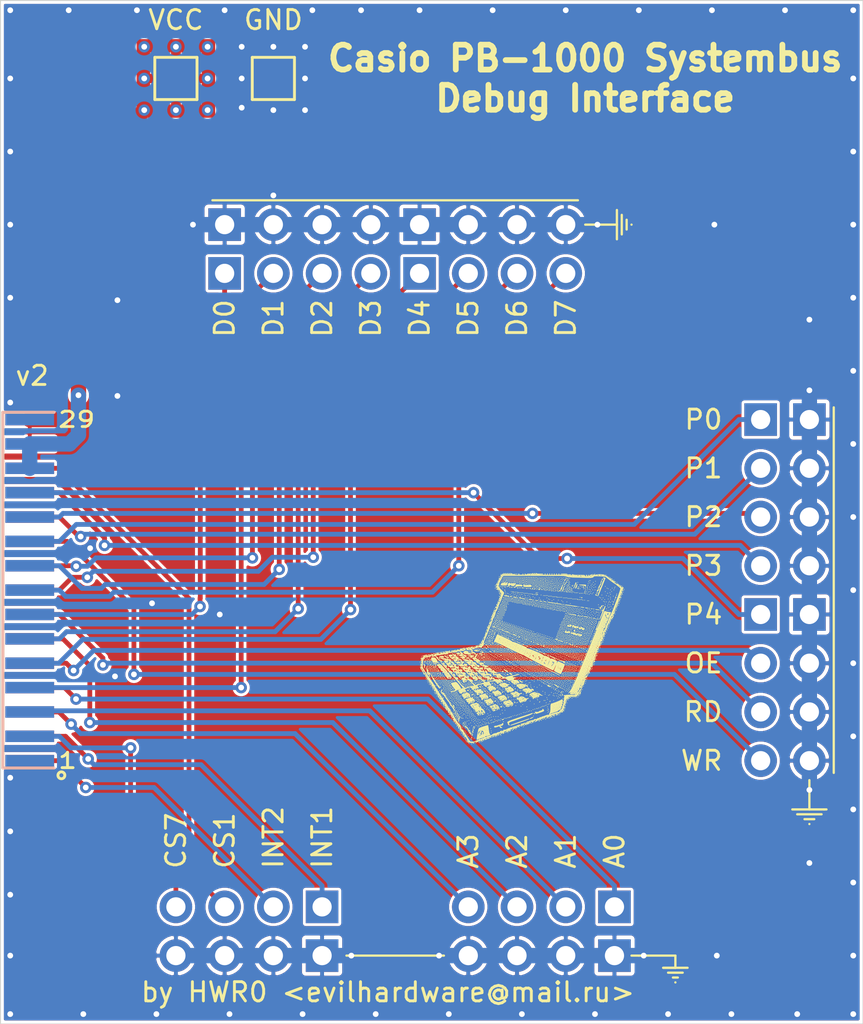
<source format=kicad_pcb>
(kicad_pcb (version 20171130) (host pcbnew "(5.1.5)-3")
  (layers (0 F.Cu signal hide) (31 B.Cu signal) (34 B.Paste user) (35 F.Paste user) (36 B.SilkS user) (37 F.SilkS user) (38 B.Mask user) (39 F.Mask user) (44 Edge.Cuts user))
  (net 0 "")
  (net 1 D3)
  (net 2 D2)
  (net 3 D1)
  (net 4 D0)
  (net 5 D7)
  (net 6 D6)
  (net 7 D5)
  (net 8 D4)
  (net 9 GND)
  (net 10 A3)
  (net 11 A2)
  (net 12 A1)
  (net 13 A0)
  (net 14 CS7)
  (net 15 CS1)
  (net 16 INT2)
  (net 17 INT1)
  (net 18 P4)
  (net 19 P2)
  (net 20 P0)
  (net 21 P3)
  (net 22 P1)
  (net 23 WR)
  (net 24 RD)
  (net 25 OE)
  (net 26 BAT)
  (module Alexx:PB_1000_screen_soldermask (layer F.Cu) (at 155.702 124.206)
    (fp_text reference G*** hide)
    (fp_text value LOGO hide)
  )
  (module Alexx:PB_1000_cutout_silk (layer F.Cu) (at 155.702 124.206)
    (fp_text reference G*** hide)
    (fp_text value LOGO hide)
  )
  (module hwreverse:PinHeader_1x04_P2.54mm_Vertical_nosilk (layer F.Cu) (at 167.64 121.92)
    (fp_text reference J14)
    (fp_text value Conn_01x04_Male)
    (pad 4 thru_hole oval (at 0 7.62) (size 1.7 1.7) (drill 1) (layers *.Cu *.Mask) (net 23 WR))
    (pad 3 thru_hole oval (at 0 5.08) (size 1.7 1.7) (drill 1) (layers *.Cu *.Mask) (net 24 RD))
    (pad 2 thru_hole oval (at 0 2.54) (size 1.7 1.7) (drill 1) (layers *.Cu *.Mask) (net 25 OE))
    (pad 1 thru_hole rect (at 0 0) (size 1.7 1.7) (drill 1) (layers *.Cu *.Mask) (net 18 P4))
  )
  (module hwreverse:PinHeader_1x04_P2.54mm_Vertical_nosilk (layer F.Cu) (at 167.64 111.76)
    (fp_text reference J13)
    (fp_text value Conn_01x04_Male)
    (pad 4 thru_hole oval (at 0 7.62) (size 1.7 1.7) (drill 1) (layers *.Cu *.Mask) (net 21 P3))
    (pad 3 thru_hole oval (at 0 5.08) (size 1.7 1.7) (drill 1) (layers *.Cu *.Mask) (net 19 P2))
    (pad 2 thru_hole oval (at 0 2.54) (size 1.7 1.7) (drill 1) (layers *.Cu *.Mask) (net 22 P1))
    (pad 1 thru_hole rect (at 0 0) (size 1.7 1.7) (drill 1) (layers *.Cu *.Mask) (net 20 P0))
  )
  (module hwreverse:PinHeader_1x04_P2.54mm_Vertical_nosilk (layer F.Cu) (at 170.18 111.76)
    (fp_text reference J12)
    (fp_text value Conn_01x04_Male)
    (pad 4 thru_hole oval (at 0 7.62) (size 1.7 1.7) (drill 1) (layers *.Cu *.Mask) (net 9 GND))
    (pad 3 thru_hole oval (at 0 5.08) (size 1.7 1.7) (drill 1) (layers *.Cu *.Mask) (net 9 GND))
    (pad 2 thru_hole oval (at 0 2.54) (size 1.7 1.7) (drill 1) (layers *.Cu *.Mask) (net 9 GND))
    (pad 1 thru_hole rect (at 0 0) (size 1.7 1.7) (drill 1) (layers *.Cu *.Mask) (net 9 GND))
  )
  (module hwreverse:PinHeader_1x04_P2.54mm_Vertical_nosilk (layer F.Cu) (at 160.02 139.7 270)
    (fp_text reference J11)
    (fp_text value Conn_01x04_Male)
    (pad 4 thru_hole oval (at 0 7.62 270) (size 1.7 1.7) (drill 1) (layers *.Cu *.Mask) (net 9 GND))
    (pad 3 thru_hole oval (at 0 5.08 270) (size 1.7 1.7) (drill 1) (layers *.Cu *.Mask) (net 9 GND))
    (pad 2 thru_hole oval (at 0 2.54 270) (size 1.7 1.7) (drill 1) (layers *.Cu *.Mask) (net 9 GND))
    (pad 1 thru_hole rect (at 0 0 270) (size 1.7 1.7) (drill 1) (layers *.Cu *.Mask) (net 9 GND))
  )
  (module hwreverse:PinHeader_1x04_P2.54mm_Vertical_nosilk (layer F.Cu) (at 170.18 121.92)
    (fp_text reference J9)
    (fp_text value Conn_01x04_Male)
    (pad 4 thru_hole oval (at 0 7.62) (size 1.7 1.7) (drill 1) (layers *.Cu *.Mask) (net 9 GND))
    (pad 3 thru_hole oval (at 0 5.08) (size 1.7 1.7) (drill 1) (layers *.Cu *.Mask) (net 9 GND))
    (pad 2 thru_hole oval (at 0 2.54) (size 1.7 1.7) (drill 1) (layers *.Cu *.Mask) (net 9 GND))
    (pad 1 thru_hole rect (at 0 0) (size 1.7 1.7) (drill 1) (layers *.Cu *.Mask) (net 9 GND))
  )
  (module hwreverse:PinHeader_1x04_P2.54mm_Vertical_nosilk (layer F.Cu) (at 144.78 139.7 270)
    (fp_text reference J8)
    (fp_text value Conn_01x04_Male)
    (pad 4 thru_hole oval (at 0 7.62 270) (size 1.7 1.7) (drill 1) (layers *.Cu *.Mask) (net 9 GND))
    (pad 3 thru_hole oval (at 0 5.08 270) (size 1.7 1.7) (drill 1) (layers *.Cu *.Mask) (net 9 GND))
    (pad 2 thru_hole oval (at 0 2.54 270) (size 1.7 1.7) (drill 1) (layers *.Cu *.Mask) (net 9 GND))
    (pad 1 thru_hole rect (at 0 0 270) (size 1.7 1.7) (drill 1) (layers *.Cu *.Mask) (net 9 GND))
  )
  (module hwreverse:PinHeader_1x04_P2.54mm_Vertical_nosilk (layer F.Cu) (at 149.86 101.6 90)
    (fp_text reference J7)
    (fp_text value Conn_01x04_Male)
    (pad 4 thru_hole oval (at 0 7.62 90) (size 1.7 1.7) (drill 1) (layers *.Cu *.Mask) (net 9 GND))
    (pad 3 thru_hole oval (at 0 5.08 90) (size 1.7 1.7) (drill 1) (layers *.Cu *.Mask) (net 9 GND))
    (pad 2 thru_hole oval (at 0 2.54 90) (size 1.7 1.7) (drill 1) (layers *.Cu *.Mask) (net 9 GND))
    (pad 1 thru_hole rect (at 0 0 90) (size 1.7 1.7) (drill 1) (layers *.Cu *.Mask) (net 9 GND))
  )
  (module hwreverse:PinHeader_1x04_P2.54mm_Vertical_nosilk (layer F.Cu) (at 144.78 137.16 270)
    (fp_text reference J6)
    (fp_text value Conn_01x04_Male)
    (pad 4 thru_hole oval (at 0 7.62 270) (size 1.7 1.7) (drill 1) (layers *.Cu *.Mask) (net 14 CS7))
    (pad 3 thru_hole oval (at 0 5.08 270) (size 1.7 1.7) (drill 1) (layers *.Cu *.Mask) (net 15 CS1))
    (pad 2 thru_hole oval (at 0 2.54 270) (size 1.7 1.7) (drill 1) (layers *.Cu *.Mask) (net 16 INT2))
    (pad 1 thru_hole rect (at 0 0 270) (size 1.7 1.7) (drill 1) (layers *.Cu *.Mask) (net 17 INT1))
  )
  (module hwreverse:PinHeader_1x04_P2.54mm_Vertical_nosilk (layer F.Cu) (at 160.02 137.16 270)
    (fp_text reference J5)
    (fp_text value Conn_01x04_Male)
    (pad 4 thru_hole oval (at 0 7.62 270) (size 1.7 1.7) (drill 1) (layers *.Cu *.Mask) (net 10 A3))
    (pad 3 thru_hole oval (at 0 5.08 270) (size 1.7 1.7) (drill 1) (layers *.Cu *.Mask) (net 11 A2))
    (pad 2 thru_hole oval (at 0 2.54 270) (size 1.7 1.7) (drill 1) (layers *.Cu *.Mask) (net 12 A1))
    (pad 1 thru_hole rect (at 0 0 270) (size 1.7 1.7) (drill 1) (layers *.Cu *.Mask) (net 13 A0))
  )
  (module hwreverse:PinHeader_1x04_P2.54mm_Vertical_nosilk (layer F.Cu) (at 139.7 101.6 90)
    (fp_text reference J3)
    (fp_text value Conn_01x04_Male)
    (pad 4 thru_hole oval (at 0 7.62 90) (size 1.7 1.7) (drill 1) (layers *.Cu *.Mask) (net 9 GND))
    (pad 3 thru_hole oval (at 0 5.08 90) (size 1.7 1.7) (drill 1) (layers *.Cu *.Mask) (net 9 GND))
    (pad 2 thru_hole oval (at 0 2.54 90) (size 1.7 1.7) (drill 1) (layers *.Cu *.Mask) (net 9 GND))
    (pad 1 thru_hole rect (at 0 0 90) (size 1.7 1.7) (drill 1) (layers *.Cu *.Mask) (net 9 GND))
  )
  (module hwreverse:PinHeader_1x04_P2.54mm_Vertical_nosilk (layer F.Cu) (at 149.86 104.14 90)
    (fp_text reference J2)
    (fp_text value Conn_01x04_Male)
    (pad 4 thru_hole oval (at 0 7.62 90) (size 1.7 1.7) (drill 1) (layers *.Cu *.Mask) (net 5 D7))
    (pad 3 thru_hole oval (at 0 5.08 90) (size 1.7 1.7) (drill 1) (layers *.Cu *.Mask) (net 6 D6))
    (pad 2 thru_hole oval (at 0 2.54 90) (size 1.7 1.7) (drill 1) (layers *.Cu *.Mask) (net 7 D5))
    (pad 1 thru_hole rect (at 0 0 90) (size 1.7 1.7) (drill 1) (layers *.Cu *.Mask) (net 8 D4))
  )
  (module hwreverse:PinHeader_1x04_P2.54mm_Vertical_nosilk (layer F.Cu) (at 139.7 104.14 90)
    (fp_text reference J1)
    (fp_text value Conn_01x04_Male)
    (pad 4 thru_hole oval (at 0 7.62 90) (size 1.7 1.7) (drill 1) (layers *.Cu *.Mask) (net 1 D3))
    (pad 3 thru_hole oval (at 0 5.08 90) (size 1.7 1.7) (drill 1) (layers *.Cu *.Mask) (net 2 D2))
    (pad 2 thru_hole oval (at 0 2.54 90) (size 1.7 1.7) (drill 1) (layers *.Cu *.Mask) (net 3 D1))
    (pad 1 thru_hole rect (at 0 0 90) (size 1.7 1.7) (drill 1) (layers *.Cu *.Mask) (net 4 D0))
  )
  (module Connector:SolidPad_4x4mm_2x2mmCore (layer F.Cu) (at 142.24 93.98)
    (fp_text reference J16 hide)
    (fp_text value SolidPad-Connector)
    (pad ~ smd custom (at 0 0) (size 2 2) (layers F.Cu) (net 9 GND) (options (clearance outline) (anchor rect)) (primitives (gr_poly (pts (xy -2 0.2) (xy -2 -0.2) (xy 0 -0.2) (xy 0 0.2)) (width 0.1)) (gr_poly (pts (xy -2 2) (xy -2 1.4) (xy 2 1.4) (xy 2 2)) (width 0.1)) (gr_poly (pts (xy -0.2 0) (xy -0.2 -2) (xy 0.2 -2) (xy 0.2 0)) (width 0.1)) (gr_poly (pts (xy 0 0.2) (xy 0 -0.2) (xy 2 -0.2) (xy 2 0.2)) (width 0.1)) (gr_poly (pts (xy -2 -2) (xy -2 -1.4) (xy 2 -1.4) (xy 2 -2)) (width 0.1)) (gr_poly (pts (xy -2 -2) (xy -1.4 -2) (xy -1.4 2) (xy -2 2)) (width 0.1)) (gr_poly (pts (xy 2 -2) (xy 1.4 -2) (xy 1.4 2) (xy 2 2)) (width 0.1)) (gr_poly (pts (xy -0.2 2) (xy -0.2 0) (xy 0.2 0) (xy 0.2 2)) (width 0.1))))
  )
  (module Connector:SolidPad_4x4mm_2x2mmCore (layer F.Cu) (at 137.16 93.98)
    (fp_text reference J15 hide)
    (fp_text value SolidPad-Connector)
    (pad ~ smd custom (at 0 0) (size 2 2) (layers F.Cu) (net 26 BAT) (options (clearance outline) (anchor rect)) (primitives (gr_poly (pts (xy -2 0.2) (xy -2 -0.2) (xy 0 -0.2) (xy 0 0.2)) (width 0.1)) (gr_poly (pts (xy -2 2) (xy -2 1.4) (xy 2 1.4) (xy 2 2)) (width 0.1)) (gr_poly (pts (xy -0.2 0) (xy -0.2 -2) (xy 0.2 -2) (xy 0.2 0)) (width 0.1)) (gr_poly (pts (xy 0 0.2) (xy 0 -0.2) (xy 2 -0.2) (xy 2 0.2)) (width 0.1)) (gr_poly (pts (xy -2 -2) (xy -2 -1.4) (xy 2 -1.4) (xy 2 -2)) (width 0.1)) (gr_poly (pts (xy -2 -2) (xy -1.4 -2) (xy -1.4 2) (xy -2 2)) (width 0.1)) (gr_poly (pts (xy 2 -2) (xy 1.4 -2) (xy 1.4 2) (xy 2 2)) (width 0.1)) (gr_poly (pts (xy -0.2 2) (xy -0.2 0) (xy 0.2 0) (xy 0.2 2)) (width 0.1))))
  )
  (module hwreverse:Connector_Casio_2x15_1.27_SYSBUS (layer F.Cu) (at 129.54 129.54 180)
    (fp_text reference J10 hide)
    (fp_text value CASIO_PB1000_2x15_1.27_Interface)
    (pad 30 smd rect (at 0 17.78 180) (size 2.54 0.6) (layers B.Cu B.Paste B.Mask))
    (pad 28 smd rect (at 0 16.51 180) (size 2.54 0.6) (layers B.Cu B.Paste B.Mask) (net 26 BAT))
    (pad 26 smd rect (at 0 15.24 180) (size 2.54 0.6) (layers B.Cu B.Paste B.Mask) (net 26 BAT))
    (pad 24 smd rect (at 0 13.97 180) (size 2.54 0.6) (layers B.Cu B.Paste B.Mask) (net 18 P4))
    (pad 22 smd rect (at 0 12.7 180) (size 2.54 0.6) (layers B.Cu B.Paste B.Mask) (net 19 P2))
    (pad 20 smd rect (at 0 11.43 180) (size 2.54 0.6) (layers B.Cu B.Paste B.Mask) (net 20 P0))
    (pad 18 smd rect (at 0 10.16 180) (size 2.54 0.6) (layers B.Cu B.Paste B.Mask) (net 1 D3))
    (pad 16 smd rect (at 0 8.89 180) (size 2.54 0.6) (layers B.Cu B.Paste B.Mask) (net 5 D7))
    (pad 14 smd rect (at 0 7.62 180) (size 2.54 0.6) (layers B.Cu B.Paste B.Mask) (net 4 D0))
    (pad 12 smd rect (at 0 6.35 180) (size 2.54 0.6) (layers B.Cu B.Paste B.Mask) (net 8 D4))
    (pad 10 smd rect (at 0 5.08 180) (size 2.54 0.6) (layers B.Cu B.Paste B.Mask) (net 6 D6))
    (pad 8 smd rect (at 0 3.81 180) (size 2.54 0.6) (layers B.Cu B.Paste B.Mask) (net 3 D1))
    (pad 6 smd rect (at 0 2.54 180) (size 2.54 0.6) (layers B.Cu B.Paste B.Mask) (net 12 A1))
    (pad 4 smd rect (at 0 1.27 180) (size 2.54 0.6) (layers B.Cu B.Paste B.Mask) (net 14 CS7))
    (pad 2 smd rect (at 0 0 180) (size 2.54 0.6) (layers B.Cu B.Paste B.Mask))
    (pad 29 smd rect (at 0 17.78 180) (size 2.54 0.6) (layers F.Cu F.Paste F.Mask) (net 9 GND))
    (pad 27 smd rect (at 0 16.51 180) (size 2.54 0.6) (layers F.Cu F.Paste F.Mask) (net 9 GND))
    (pad 25 smd rect (at 0 15.24 180) (size 2.54 0.6) (layers F.Cu F.Paste F.Mask) (net 15 CS1))
    (pad 23 smd rect (at 0 13.97 180) (size 2.54 0.6) (layers F.Cu F.Paste F.Mask) (net 21 P3))
    (pad 21 smd rect (at 0 12.7 180) (size 2.54 0.6) (layers F.Cu F.Paste F.Mask) (net 22 P1))
    (pad 19 smd rect (at 0 11.43 180) (size 2.54 0.6) (layers F.Cu F.Paste F.Mask) (net 23 WR))
    (pad 17 smd rect (at 0 10.16 180) (size 2.54 0.6) (layers F.Cu F.Paste F.Mask) (net 2 D2))
    (pad 15 smd rect (at 0 8.89 180) (size 2.54 0.6) (layers F.Cu F.Paste F.Mask) (net 7 D5))
    (pad 13 smd rect (at 0 7.62 180) (size 2.54 0.6) (layers F.Cu F.Paste F.Mask) (net 24 RD))
    (pad 11 smd rect (at 0 6.35 180) (size 2.54 0.6) (layers F.Cu F.Paste F.Mask) (net 11 A2))
    (pad 9 smd rect (at 0 5.08 180) (size 2.54 0.6) (layers F.Cu F.Paste F.Mask) (net 25 OE))
    (pad 7 smd rect (at 0 3.81 180) (size 2.54 0.6) (layers F.Cu F.Paste F.Mask) (net 13 A0))
    (pad 5 smd rect (at 0 2.54 180) (size 2.54 0.6) (layers F.Cu F.Paste F.Mask) (net 10 A3))
    (pad 3 smd rect (at 0 1.27 180) (size 2.54 0.6) (layers F.Cu F.Paste F.Mask) (net 17 INT1))
    (pad 1 smd rect (at 0 0 180) (size 2.54 0.6) (layers F.Cu F.Paste F.Mask) (net 16 INT2))
  )
  (gr_text v2 (at 129.667 109.474) (layer F.SilkS) (effects (font (size 1 1))))
  (gr_text 1 (at 130.937 129.54) (layer F.SilkS) (effects (font (size 0.8 1)) (justify left)))
  (gr_text 29 (at 130.937 111.76) (layer F.SilkS) (effects (font (size 0.8 1)) (justify left)))
  (gr_line (start 170.18 132.842) (end 170.18 132.842) (layer F.SilkS) (width 0.12))
  (gr_line (start 169.926 132.588) (end 170.434 132.588) (layer F.SilkS) (width 0.12))
  (gr_line (start 169.545 132.334) (end 170.815 132.334) (layer F.SilkS) (width 0.12))
  (gr_line (start 170.942 132.08) (end 171.069 132.08) (layer F.SilkS) (width 0.12))
  (gr_line (start 169.291 132.08) (end 170.942 132.08) (layer F.SilkS) (width 0.12))
  (gr_line (start 170.18 130.556) (end 170.18 132.08) (layer F.SilkS) (width 0.12))
  (gr_line (start 160.909 101.6) (end 160.909 101.6) (layer F.SilkS) (width 0.12))
  (gr_line (start 160.655 101.346) (end 160.655 101.854) (layer F.SilkS) (width 0.12))
  (gr_line (start 160.401 101.092) (end 160.401 102.108) (layer F.SilkS) (width 0.12))
  (gr_line (start 160.147 100.838) (end 160.147 102.362) (layer F.SilkS) (width 0.12))
  (gr_line (start 158.496 101.6) (end 160.147 101.6) (layer F.SilkS) (width 0.12))
  (gr_line (start 163.195 141.097) (end 163.195 141.097) (layer F.SilkS) (width 0.12))
  (gr_line (start 163.068 140.843) (end 163.322 140.843) (layer F.SilkS) (width 0.12))
  (gr_line (start 162.814 140.589) (end 163.576 140.589) (layer F.SilkS) (width 0.12))
  (gr_line (start 163.195 140.335) (end 163.83 140.335) (layer F.SilkS) (width 0.12))
  (gr_line (start 162.56 140.335) (end 163.195 140.335) (layer F.SilkS) (width 0.12))
  (gr_line (start 163.195 140.335) (end 162.56 140.335) (layer F.SilkS) (width 0.12))
  (gr_line (start 160.909 139.7) (end 161.29 139.7) (layer F.SilkS) (width 0.12))
  (gr_line (start 163.195 139.7) (end 163.195 140.335) (layer F.SilkS) (width 0.12))
  (gr_line (start 161.29 139.7) (end 163.195 139.7) (layer F.SilkS) (width 0.12))
  (gr_line (start 146.05 139.7) (end 151.13 139.7) (layer F.SilkS) (width 0.12))
  (gr_line (start 171.45 111.125) (end 171.45 130.175) (layer F.SilkS) (width 0.12))
  (gr_line (start 139.065 100.33) (end 158.115 100.33) (layer F.SilkS) (width 0.12))
  (gr_text D7 (at 157.48 105.41 90) (layer F.SilkS) (effects (font (size 1 1)) (justify right)))
  (gr_text D6 (at 154.94 105.41 90) (layer F.SilkS) (effects (font (size 1 1)) (justify right)))
  (gr_text D5 (at 152.4 105.41 90) (layer F.SilkS) (effects (font (size 1 1)) (justify right)))
  (gr_text D4 (at 149.86 105.41 90) (layer F.SilkS) (effects (font (size 1 1)) (justify right)))
  (gr_text D3 (at 147.32 105.41 90) (layer F.SilkS) (effects (font (size 1 1)) (justify right)))
  (gr_text D2 (at 144.78 105.41 90) (layer F.SilkS) (effects (font (size 1 1)) (justify right)))
  (gr_text D1 (at 142.24 105.41 90) (layer F.SilkS) (effects (font (size 1 1)) (justify right)))
  (gr_text D0 (at 139.7 105.41 90) (layer F.SilkS) (effects (font (size 1 1)) (justify right)))
  (gr_text CS7 (at 137.16 135.255 90) (layer F.SilkS) (effects (font (size 1 1)) (justify left)))
  (gr_text CS1 (at 139.7 135.255 90) (layer F.SilkS) (effects (font (size 1 1)) (justify left)))
  (gr_text INT2 (at 142.24 135.255 90) (layer F.SilkS) (effects (font (size 1 1)) (justify left)))
  (gr_text INT1 (at 144.78 135.255 90) (layer F.SilkS) (effects (font (size 1 1)) (justify left)))
  (gr_text A3 (at 152.4 135.255 90) (layer F.SilkS) (effects (font (size 1 1)) (justify left)))
  (gr_text A2 (at 154.94 135.255 90) (layer F.SilkS) (effects (font (size 1 1)) (justify left)))
  (gr_text A1 (at 157.48 135.255 90) (layer F.SilkS) (effects (font (size 1 1)) (justify left)))
  (gr_text A0 (at 160.02 135.255 90) (layer F.SilkS) (effects (font (size 1 1)) (justify left)))
  (gr_text WR (at 165.735 129.54) (layer F.SilkS) (effects (font (size 1 1)) (justify right)))
  (gr_text RD (at 165.735 127) (layer F.SilkS) (effects (font (size 1 1)) (justify right)))
  (gr_text OE (at 165.735 124.46) (layer F.SilkS) (effects (font (size 1 1)) (justify right)))
  (gr_text P4 (at 165.735 121.92) (layer F.SilkS) (effects (font (size 1 1)) (justify right)))
  (gr_text P3 (at 165.735 119.38) (layer F.SilkS) (effects (font (size 1 1)) (justify right)))
  (gr_text P2 (at 165.735 116.84) (layer F.SilkS) (effects (font (size 1 1)) (justify right)))
  (gr_text P1 (at 165.735 114.3) (layer F.SilkS) (effects (font (size 1 1)) (justify right)))
  (gr_text P0 (at 165.735 111.76) (layer F.SilkS) (effects (font (size 1 1)) (justify right)))
  (gr_text "by HWR0 <evilhardware@mail.ru>" (at 135.255 141.605) (layer F.SilkS) (effects (font (size 1 1)) (justify left)))
  (gr_text "Casio PB-1000 Systembus\nDebug Interface" (at 158.496 93.98) (layer F.SilkS) (effects (font (size 1.3 1.3) (thickness 0.3))))
  (gr_text GND (at 142.24 90.932) (layer F.SilkS) (effects (font (size 1 1))))
  (gr_text VCC (at 137.16 90.932) (layer F.SilkS) (effects (font (size 1 1))))
  (gr_line (start 128.016 143.256) (end 128.016 89.916) (layer Edge.Cuts) (width 0.05))
  (gr_line (start 172.974 143.256) (end 128.016 143.256) (layer Edge.Cuts) (width 0.05))
  (gr_line (start 172.974 89.916) (end 172.974 143.256) (layer Edge.Cuts) (width 0.05))
  (gr_line (start 171.196 89.916) (end 172.974 89.916) (layer Edge.Cuts) (width 0.05))
  (gr_line (start 128.016 89.916) (end 171.196 89.916) (layer Edge.Cuts) (width 0.05))
  (segment (start 129.54 119.38) (end 131.0853 119.38) (width 0.25) (layer B.Cu) (net 1))
  (segment (start 131.0853 119.38) (end 132.2642 120.5589) (width 0.25) (layer B.Cu) (net 1))
  (segment (start 132.2642 120.5589) (end 133.2727 120.5589) (width 0.25) (layer B.Cu) (net 1))
  (segment (start 133.2727 120.5589) (end 133.4768 120.3548) (width 0.25) (layer B.Cu) (net 1))
  (segment (start 133.4768 120.3548) (end 141.7579 120.3548) (width 0.25) (layer B.Cu) (net 1))
  (segment (start 141.7579 120.3548) (end 142.5447 119.568) (width 0.25) (layer B.Cu) (net 1))
  (via (at 142.5447 119.568) (size 0.6) (layers F.Cu B.Cu) (net 1))
  (segment (start 142.5447 108.9153) (end 147.32 104.14) (width 0.25) (layer F.Cu) (net 1))
  (segment (start 142.5447 119.568) (end 142.5447 108.9153) (width 0.25) (layer F.Cu) (net 1))
  (via (at 141.1486 118.9678) (size 0.6) (layers F.Cu B.Cu) (net 2))
  (segment (start 141.1486 107.7714) (end 144.78 104.14) (width 0.25) (layer F.Cu) (net 2))
  (segment (start 141.1486 118.9678) (end 141.1486 107.7714) (width 0.25) (layer F.Cu) (net 2))
  (via (at 131.96116 119.4061) (size 0.6) (drill 0.3) (layers F.Cu B.Cu) (net 2))
  (segment (start 129.54 119.38) (end 131.93506 119.38) (width 0.25) (layer F.Cu) (net 2))
  (segment (start 131.93506 119.38) (end 131.96116 119.4061) (width 0.25) (layer F.Cu) (net 2))
  (segment (start 140.724336 118.9678) (end 141.1486 118.9678) (width 0.25) (layer B.Cu) (net 2))
  (segment (start 132.988801 118.9678) (end 140.724336 118.9678) (width 0.25) (layer B.Cu) (net 2))
  (segment (start 132.550501 119.4061) (end 132.988801 118.9678) (width 0.25) (layer B.Cu) (net 2))
  (segment (start 131.96116 119.4061) (end 132.550501 119.4061) (width 0.25) (layer B.Cu) (net 2))
  (segment (start 129.54 125.73) (end 140.562 125.73) (width 0.25) (layer B.Cu) (net 3))
  (via (at 140.562 125.73) (size 0.6) (layers F.Cu B.Cu) (net 3))
  (segment (start 140.562 105.818) (end 142.24 104.14) (width 0.25) (layer F.Cu) (net 3))
  (segment (start 140.562 125.73) (end 140.562 105.818) (width 0.25) (layer F.Cu) (net 3))
  (segment (start 129.54 121.92) (end 138.0008 121.92) (width 0.25) (layer B.Cu) (net 4))
  (segment (start 138.0008 121.92) (end 138.4179 121.5029) (width 0.25) (layer B.Cu) (net 4))
  (via (at 138.4179 121.5029) (size 0.6) (layers F.Cu B.Cu) (net 4))
  (segment (start 138.4179 121.078636) (end 138.43 121.066536) (width 0.25) (layer F.Cu) (net 4))
  (segment (start 138.4179 121.5029) (end 138.4179 121.078636) (width 0.25) (layer F.Cu) (net 4))
  (segment (start 138.43 121.066536) (end 138.43 111.252) (width 0.25) (layer F.Cu) (net 4))
  (segment (start 139.7 109.982) (end 139.7 104.14) (width 0.25) (layer F.Cu) (net 4))
  (segment (start 138.43 111.252) (end 139.7 109.982) (width 0.25) (layer F.Cu) (net 4))
  (segment (start 131.0853 120.65) (end 131.4146 120.9793) (width 0.25) (layer B.Cu) (net 5))
  (segment (start 131.4146 120.9793) (end 133.7014 120.9793) (width 0.25) (layer B.Cu) (net 5))
  (segment (start 133.7014 120.9793) (end 133.9217 120.759) (width 0.25) (layer B.Cu) (net 5))
  (segment (start 129.54 120.65) (end 131.0853 120.65) (width 0.25) (layer B.Cu) (net 5))
  (via (at 151.9064 119.38) (size 0.6) (layers F.Cu B.Cu) (net 5))
  (segment (start 151.9064 109.7136) (end 157.48 104.14) (width 0.25) (layer F.Cu) (net 5))
  (segment (start 150.5274 120.759) (end 133.9217 120.759) (width 0.25) (layer B.Cu) (net 5))
  (segment (start 151.9064 119.38) (end 150.5274 120.759) (width 0.25) (layer B.Cu) (net 5))
  (segment (start 151.9064 109.7136) (end 151.9064 119.38) (width 0.25) (layer F.Cu) (net 5))
  (via (at 146.2616 121.666) (size 0.6) (layers F.Cu B.Cu) (net 6))
  (segment (start 146.2616 112.8184) (end 154.94 104.14) (width 0.25) (layer F.Cu) (net 6))
  (segment (start 131.06 124.46) (end 132.3032 123.2168) (width 0.25) (layer B.Cu) (net 6))
  (segment (start 129.54 124.46) (end 131.06 124.46) (width 0.25) (layer B.Cu) (net 6))
  (segment (start 132.3032 123.2168) (end 132.3072 123.2168) (width 0.25) (layer B.Cu) (net 6))
  (segment (start 132.3072 123.2168) (end 132.30759 123.21641) (width 0.25) (layer B.Cu) (net 6))
  (segment (start 144.7108 123.2168) (end 132.3072 123.2168) (width 0.25) (layer B.Cu) (net 6))
  (segment (start 146.2616 121.666) (end 144.7108 123.2168) (width 0.25) (layer B.Cu) (net 6))
  (segment (start 146.2616 112.8184) (end 146.2616 121.666) (width 0.25) (layer F.Cu) (net 6))
  (segment (start 132.5412 119.9811) (end 132.8549 119.6674) (width 0.25) (layer B.Cu) (net 7))
  (segment (start 132.8549 119.6674) (end 141.4589 119.6674) (width 0.25) (layer B.Cu) (net 7))
  (segment (start 141.4589 119.6674) (end 142.1889 118.9374) (width 0.25) (layer B.Cu) (net 7))
  (segment (start 142.1889 118.9374) (end 144.3181 118.9374) (width 0.25) (layer B.Cu) (net 7))
  (segment (start 131.0853 120.65) (end 131.7542 119.9811) (width 0.25) (layer F.Cu) (net 7))
  (segment (start 131.7542 119.9811) (end 132.5412 119.9811) (width 0.25) (layer F.Cu) (net 7))
  (segment (start 129.54 120.65) (end 131.0853 120.65) (width 0.25) (layer F.Cu) (net 7))
  (via (at 144.3181 118.9374) (size 0.6) (layers F.Cu B.Cu) (net 7))
  (via (at 132.5412 119.9811) (size 0.6) (layers F.Cu B.Cu) (net 7))
  (segment (start 144.3181 112.2219) (end 152.4 104.14) (width 0.25) (layer F.Cu) (net 7))
  (segment (start 144.3181 118.9374) (end 144.3181 112.2219) (width 0.25) (layer F.Cu) (net 7))
  (segment (start 129.54 123.19) (end 131.0853 123.19) (width 0.25) (layer B.Cu) (net 8))
  (segment (start 131.0853 123.19) (end 131.4589 122.8164) (width 0.25) (layer B.Cu) (net 8))
  (segment (start 131.4589 122.8164) (end 142.332 122.8164) (width 0.25) (layer B.Cu) (net 8))
  (segment (start 142.332 122.8164) (end 143.5334 121.615) (width 0.25) (layer B.Cu) (net 8))
  (via (at 143.5334 121.615) (size 0.6) (layers F.Cu B.Cu) (net 8))
  (segment (start 143.5334 110.4666) (end 149.86 104.14) (width 0.25) (layer F.Cu) (net 8))
  (segment (start 143.5334 121.615) (end 143.5334 110.4666) (width 0.25) (layer F.Cu) (net 8))
  (via (at 140.589 92.329) (size 0.6) (drill 0.3) (layers F.Cu B.Cu) (net 9))
  (via (at 140.589 93.98) (size 0.6) (drill 0.3) (layers F.Cu B.Cu) (net 9))
  (via (at 140.589 95.504) (size 0.6) (drill 0.3) (layers F.Cu B.Cu) (net 9))
  (via (at 142.24 95.631) (size 0.6) (drill 0.3) (layers F.Cu B.Cu) (net 9))
  (via (at 143.891 95.631) (size 0.6) (drill 0.3) (layers F.Cu B.Cu) (net 9))
  (via (at 143.891 93.98) (size 0.6) (drill 0.3) (layers F.Cu B.Cu) (net 9))
  (via (at 143.891 92.329) (size 0.6) (drill 0.3) (layers F.Cu B.Cu) (net 9))
  (via (at 142.24 92.329) (size 0.6) (drill 0.3) (layers F.Cu B.Cu) (net 9))
  (segment (start 139.5758 102.1626) (end 139.7 102.1626) (width 0.25) (layer B.Cu) (net 9))
  (segment (start 139.7 101.6) (end 139.7 102.1626) (width 0.25) (layer B.Cu) (net 9))
  (segment (start 139.7 101.6) (end 157.48 101.6) (width 0.8) (layer B.Cu) (net 9))
  (segment (start 170.18 106.553) (end 170.18 110.236) (width 0.8) (layer B.Cu) (net 9))
  (segment (start 157.48 101.6) (end 159.131 101.6) (width 0.8) (layer B.Cu) (net 9))
  (segment (start 165.227 101.6) (end 170.18 106.553) (width 0.8) (layer B.Cu) (net 9))
  (segment (start 170.18 111.76) (end 170.18 129.54) (width 0.8) (layer B.Cu) (net 9))
  (segment (start 165.354 139.7) (end 161.544 139.7) (width 0.8) (layer B.Cu) (net 9))
  (segment (start 170.18 129.54) (end 170.18 131.064) (width 0.8) (layer B.Cu) (net 9))
  (segment (start 170.18 134.874) (end 165.354 139.7) (width 0.8) (layer B.Cu) (net 9))
  (segment (start 137.16 139.7) (end 146.304 139.7) (width 0.8) (layer B.Cu) (net 9))
  (segment (start 134.112 105.538) (end 134.112 105.538) (width 0.8) (layer B.Cu) (net 9))
  (segment (start 138.05 101.6) (end 139.7 101.6) (width 0.8) (layer B.Cu) (net 9))
  (segment (start 134.112 110.528) (end 134.112 105.538) (width 0.8) (layer B.Cu) (net 9))
  (segment (start 134.112 105.538) (end 138.0495 101.6005) (width 0.8) (layer B.Cu) (net 9))
  (via (at 134.112 105.538) (size 0.6) (drill 0.3) (layers F.Cu B.Cu) (net 9))
  (segment (start 138.0495 101.6005) (end 138.05 101.6) (width 0.8) (layer B.Cu) (net 9))
  (via (at 138.0495 101.6005) (size 0.6) (drill 0.3) (layers F.Cu B.Cu) (net 9))
  (segment (start 134.112 110.528) (end 134.112 110.528) (width 0.8) (layer B.Cu) (net 9))
  (via (at 134.112 110.528) (size 0.6) (drill 0.3) (layers F.Cu B.Cu) (net 9))
  (segment (start 146.304 139.7) (end 150.876 139.7) (width 0.8) (layer B.Cu) (net 9))
  (via (at 146.304 139.7) (size 0.6) (drill 0.3) (layers F.Cu B.Cu) (net 9))
  (segment (start 150.876 139.7) (end 160.02 139.7) (width 0.8) (layer B.Cu) (net 9))
  (via (at 150.876 139.7) (size 0.6) (drill 0.3) (layers F.Cu B.Cu) (net 9))
  (segment (start 161.544 139.7) (end 160.02 139.7) (width 0.8) (layer B.Cu) (net 9))
  (via (at 161.544 139.7) (size 0.6) (drill 0.3) (layers F.Cu B.Cu) (net 9))
  (segment (start 165.354 139.7) (end 165.354 139.7) (width 0.8) (layer B.Cu) (net 9))
  (via (at 165.354 139.7) (size 0.6) (drill 0.3) (layers F.Cu B.Cu) (net 9))
  (segment (start 170.18 134.874) (end 170.18 134.874) (width 0.8) (layer B.Cu) (net 9))
  (via (at 170.18 134.874) (size 0.6) (drill 0.3) (layers F.Cu B.Cu) (net 9))
  (segment (start 170.18 131.064) (end 170.18 134.874) (width 0.8) (layer B.Cu) (net 9))
  (via (at 170.18 131.064) (size 0.6) (drill 0.3) (layers F.Cu B.Cu) (net 9))
  (segment (start 170.18 110.236) (end 170.18 111.76) (width 0.8) (layer B.Cu) (net 9))
  (via (at 170.18 110.236) (size 0.6) (drill 0.3) (layers F.Cu B.Cu) (net 9))
  (segment (start 170.18 106.553) (end 170.18 106.553) (width 0.8) (layer B.Cu) (net 9))
  (via (at 170.18 106.553) (size 0.6) (drill 0.3) (layers F.Cu B.Cu) (net 9))
  (segment (start 165.227 101.6) (end 165.227 101.6) (width 0.8) (layer B.Cu) (net 9))
  (via (at 165.227 101.6) (size 0.6) (drill 0.3) (layers F.Cu B.Cu) (net 9))
  (segment (start 159.131 101.6) (end 165.227 101.6) (width 0.8) (layer B.Cu) (net 9))
  (via (at 159.131 101.6) (size 0.6) (drill 0.3) (layers F.Cu B.Cu) (net 9))
  (via (at 142.24 100.076) (size 0.6) (drill 0.3) (layers F.Cu B.Cu) (net 9))
  (via (at 139.446 121.92) (size 0.6) (drill 0.3) (layers F.Cu B.Cu) (net 9))
  (via (at 135.9154 121.3358) (size 0.6) (drill 0.3) (layers F.Cu B.Cu) (net 9))
  (via (at 133.985 125.1458) (size 0.6) (drill 0.3) (layers F.Cu B.Cu) (net 9))
  (via (at 132.6896 118.4656) (size 0.6) (drill 0.3) (layers F.Cu B.Cu) (net 9))
  (via (at 128.524 142.748) (size 0.6) (drill 0.3) (layers F.Cu B.Cu) (net 9))
  (via (at 132.334 142.748) (size 0.6) (drill 0.3) (layers F.Cu B.Cu) (net 9))
  (via (at 136.144 142.748) (size 0.6) (drill 0.3) (layers F.Cu B.Cu) (net 9))
  (via (at 139.954 142.748) (size 0.6) (drill 0.3) (layers F.Cu B.Cu) (net 9))
  (via (at 143.764 142.748) (size 0.6) (drill 0.3) (layers F.Cu B.Cu) (net 9))
  (via (at 147.574 142.748) (size 0.6) (drill 0.3) (layers F.Cu B.Cu) (net 9))
  (via (at 151.384 142.748) (size 0.6) (drill 0.3) (layers F.Cu B.Cu) (net 9))
  (via (at 155.194 142.748) (size 0.6) (drill 0.3) (layers F.Cu B.Cu) (net 9))
  (via (at 159.004 142.748) (size 0.6) (drill 0.3) (layers F.Cu B.Cu) (net 9))
  (via (at 162.814 142.748) (size 0.6) (drill 0.3) (layers F.Cu B.Cu) (net 9))
  (via (at 166.116 142.748) (size 0.6) (drill 0.3) (layers F.Cu B.Cu) (net 9))
  (via (at 169.545 142.748) (size 0.6) (drill 0.3) (layers F.Cu B.Cu) (net 9))
  (via (at 172.466 142.748) (size 0.6) (drill 0.3) (layers F.Cu B.Cu) (net 9))
  (via (at 172.466 139.7) (size 0.6) (drill 0.3) (layers F.Cu B.Cu) (net 9))
  (via (at 172.466 135.89) (size 0.6) (drill 0.3) (layers F.Cu B.Cu) (net 9))
  (via (at 172.466 132.08) (size 0.6) (drill 0.3) (layers F.Cu B.Cu) (net 9))
  (via (at 172.466 128.27) (size 0.6) (drill 0.3) (layers F.Cu B.Cu) (net 9))
  (via (at 172.466 124.46) (size 0.6) (drill 0.3) (layers F.Cu B.Cu) (net 9))
  (via (at 172.466 120.65) (size 0.6) (drill 0.3) (layers F.Cu B.Cu) (net 9))
  (via (at 172.466 116.84) (size 0.6) (drill 0.3) (layers F.Cu B.Cu) (net 9))
  (via (at 172.466 113.03) (size 0.6) (drill 0.3) (layers F.Cu B.Cu) (net 9))
  (via (at 172.466 109.22) (size 0.6) (drill 0.3) (layers F.Cu B.Cu) (net 9))
  (via (at 172.466 105.41) (size 0.6) (drill 0.3) (layers F.Cu B.Cu) (net 9))
  (via (at 172.466 101.6) (size 0.6) (drill 0.3) (layers F.Cu B.Cu) (net 9))
  (via (at 172.466 97.79) (size 0.6) (drill 0.3) (layers F.Cu B.Cu) (net 9))
  (via (at 172.466 93.98) (size 0.6) (drill 0.3) (layers F.Cu B.Cu) (net 9))
  (via (at 172.466 90.424) (size 0.6) (drill 0.3) (layers F.Cu B.Cu) (net 9))
  (via (at 168.91 90.424) (size 0.6) (drill 0.3) (layers F.Cu B.Cu) (net 9))
  (via (at 165.1 90.424) (size 0.6) (drill 0.3) (layers F.Cu B.Cu) (net 9))
  (via (at 161.29 90.424) (size 0.6) (drill 0.3) (layers F.Cu B.Cu) (net 9))
  (via (at 157.48 90.424) (size 0.6) (drill 0.3) (layers F.Cu B.Cu) (net 9))
  (via (at 153.67 90.424) (size 0.6) (drill 0.3) (layers F.Cu B.Cu) (net 9))
  (via (at 149.86 90.424) (size 0.6) (drill 0.3) (layers F.Cu B.Cu) (net 9))
  (via (at 146.812 90.424) (size 0.6) (drill 0.3) (layers F.Cu B.Cu) (net 9))
  (via (at 144.272 90.424) (size 0.6) (drill 0.3) (layers F.Cu B.Cu) (net 9))
  (via (at 139.7 90.424) (size 0.6) (drill 0.3) (layers F.Cu B.Cu) (net 9))
  (via (at 135.128 90.424) (size 0.6) (drill 0.3) (layers F.Cu B.Cu) (net 9))
  (via (at 131.572 90.424) (size 0.6) (drill 0.3) (layers F.Cu B.Cu) (net 9))
  (via (at 128.524 90.424) (size 0.6) (drill 0.3) (layers F.Cu B.Cu) (net 9))
  (via (at 128.524 93.98) (size 0.6) (drill 0.3) (layers F.Cu B.Cu) (net 9))
  (via (at 128.524 97.79) (size 0.6) (drill 0.3) (layers F.Cu B.Cu) (net 9))
  (via (at 128.524 101.6) (size 0.6) (drill 0.3) (layers F.Cu B.Cu) (net 9))
  (via (at 128.524 105.41) (size 0.6) (drill 0.3) (layers F.Cu B.Cu) (net 9))
  (via (at 128.524 110.871) (size 0.6) (drill 0.3) (layers F.Cu B.Cu) (net 9))
  (via (at 128.524 139.7) (size 0.6) (drill 0.3) (layers F.Cu B.Cu) (net 9))
  (via (at 128.524 136.525) (size 0.6) (drill 0.3) (layers F.Cu B.Cu) (net 9))
  (via (at 128.524 133.223) (size 0.6) (drill 0.3) (layers F.Cu B.Cu) (net 9))
  (via (at 128.524 130.429) (size 0.6) (drill 0.3) (layers F.Cu B.Cu) (net 9))
  (segment (start 132.88 111.76) (end 134.112 110.528) (width 0.8) (layer F.Cu) (net 9))
  (segment (start 129.54 111.76) (end 132.88 111.76) (width 0.8) (layer F.Cu) (net 9))
  (via (at 131.699 127.635) (size 0.6) (layers F.Cu B.Cu) (net 10))
  (segment (start 143.3679 128.1279) (end 152.4 137.16) (width 0.25) (layer B.Cu) (net 10))
  (segment (start 131.064 127) (end 131.699 127.635) (width 0.25) (layer F.Cu) (net 10))
  (segment (start 129.54 127) (end 131.064 127) (width 0.25) (layer F.Cu) (net 10))
  (segment (start 143.367601 128.127601) (end 143.3679 128.1279) (width 0.25) (layer B.Cu) (net 10))
  (segment (start 132.191601 128.127601) (end 143.367601 128.127601) (width 0.25) (layer B.Cu) (net 10))
  (segment (start 131.699 127.635) (end 132.191601 128.127601) (width 0.25) (layer B.Cu) (net 10))
  (segment (start 131.0853 123.19) (end 131.273 123.19) (width 0.25) (layer F.Cu) (net 11))
  (segment (start 131.273 123.19) (end 132.6728 124.5898) (width 0.25) (layer F.Cu) (net 11))
  (segment (start 132.6728 124.5898) (end 132.6728 127.5526) (width 0.25) (layer F.Cu) (net 11))
  (segment (start 129.54 123.19) (end 131.0853 123.19) (width 0.25) (layer F.Cu) (net 11))
  (via (at 132.6728 127.5526) (size 0.6) (layers F.Cu B.Cu) (net 11))
  (segment (start 145.3326 127.5526) (end 154.94 137.16) (width 0.25) (layer B.Cu) (net 11))
  (segment (start 132.6728 127.5526) (end 145.3326 127.5526) (width 0.25) (layer B.Cu) (net 11))
  (segment (start 147.2605 126.9405) (end 157.48 137.16) (width 0.25) (layer B.Cu) (net 12))
  (segment (start 129.54 127) (end 129.5995 126.9405) (width 0.25) (layer B.Cu) (net 12))
  (segment (start 129.5995 126.9405) (end 147.2605 126.9405) (width 0.25) (layer B.Cu) (net 12))
  (via (at 131.953 126.3298) (size 0.6) (layers F.Cu B.Cu) (net 13))
  (segment (start 160.02 136.06) (end 160.02 137.16) (width 0.25) (layer B.Cu) (net 13))
  (segment (start 150.2898 126.3298) (end 160.02 136.06) (width 0.25) (layer B.Cu) (net 13))
  (segment (start 131.3532 125.73) (end 131.953 126.3298) (width 0.25) (layer F.Cu) (net 13))
  (segment (start 129.54 125.73) (end 131.3532 125.73) (width 0.25) (layer F.Cu) (net 13))
  (segment (start 131.953 126.3298) (end 150.2898 126.3298) (width 0.25) (layer B.Cu) (net 13))
  (segment (start 129.54 128.27) (end 131.0853 128.27) (width 0.25) (layer B.Cu) (net 14))
  (segment (start 137.16 137.16) (end 137.16 136.0347) (width 0.25) (layer F.Cu) (net 14))
  (segment (start 134.7989 128.8722) (end 134.7989 133.6736) (width 0.25) (layer F.Cu) (net 14))
  (segment (start 134.7989 133.6736) (end 137.16 136.0347) (width 0.25) (layer F.Cu) (net 14))
  (segment (start 131.0853 128.27) (end 131.6875 128.8722) (width 0.25) (layer B.Cu) (net 14))
  (segment (start 131.6875 128.8722) (end 134.7989 128.8722) (width 0.25) (layer B.Cu) (net 14))
  (via (at 134.7989 128.8722) (size 0.6) (layers F.Cu B.Cu) (net 14))
  (segment (start 138.850001 136.310001) (end 139.7 137.16) (width 0.25) (layer F.Cu) (net 15))
  (segment (start 137.842899 135.302899) (end 138.850001 136.310001) (width 0.25) (layer F.Cu) (net 15))
  (segment (start 137.842899 121.082899) (end 137.842899 135.302899) (width 0.25) (layer F.Cu) (net 15))
  (segment (start 131.06 114.3) (end 137.842899 121.082899) (width 0.25) (layer F.Cu) (net 15))
  (segment (start 129.54 114.3) (end 131.06 114.3) (width 0.25) (layer F.Cu) (net 15))
  (segment (start 142.24 137.16) (end 141.390001 136.310001) (width 0.25) (layer B.Cu) (net 16))
  (segment (start 141.390001 136.310001) (end 136.144 131.064) (width 0.25) (layer B.Cu) (net 16))
  (via (at 132.461 130.937) (size 0.6) (drill 0.3) (layers F.Cu B.Cu) (net 16))
  (segment (start 136.144 131.064) (end 136.017 130.937) (width 0.25) (layer B.Cu) (net 16))
  (segment (start 136.017 130.937) (end 132.461 130.937) (width 0.25) (layer B.Cu) (net 16))
  (segment (start 131.064 129.54) (end 129.54 129.54) (width 0.25) (layer F.Cu) (net 16))
  (segment (start 132.461 130.937) (end 131.064 129.54) (width 0.25) (layer F.Cu) (net 16))
  (via (at 132.588 129.4475) (size 0.6) (layers F.Cu B.Cu) (net 17))
  (segment (start 131.4105 128.27) (end 132.588 129.4475) (width 0.25) (layer F.Cu) (net 17))
  (segment (start 129.54 128.27) (end 131.4105 128.27) (width 0.25) (layer F.Cu) (net 17))
  (segment (start 144.78 136.06) (end 144.78 137.16) (width 0.25) (layer B.Cu) (net 17))
  (segment (start 132.887999 129.747499) (end 138.467499 129.747499) (width 0.25) (layer B.Cu) (net 17))
  (segment (start 138.467499 129.747499) (end 144.78 136.06) (width 0.25) (layer B.Cu) (net 17))
  (segment (start 132.588 129.4475) (end 132.887999 129.747499) (width 0.25) (layer B.Cu) (net 17))
  (segment (start 157.5512 119.0017) (end 163.5964 119.0017) (width 0.25) (layer B.Cu) (net 18))
  (segment (start 129.54 115.57) (end 151.9404 115.57) (width 0.25) (layer B.Cu) (net 18))
  (via (at 157.5512 119.0017) (size 0.6) (layers F.Cu B.Cu) (net 18))
  (via (at 152.6745 115.57) (size 0.6) (layers F.Cu B.Cu) (net 18))
  (segment (start 151.9404 115.57) (end 152.6745 115.57) (width 0.25) (layer B.Cu) (net 18))
  (segment (start 152.974499 115.869999) (end 152.974499 115.890499) (width 0.25) (layer F.Cu) (net 18))
  (segment (start 152.6745 115.57) (end 152.974499 115.869999) (width 0.25) (layer F.Cu) (net 18))
  (segment (start 156.0857 119.0017) (end 157.5512 119.0017) (width 0.25) (layer F.Cu) (net 18))
  (segment (start 152.974499 115.890499) (end 156.0857 119.0017) (width 0.25) (layer F.Cu) (net 18))
  (segment (start 166.5147 121.92) (end 167.64 121.92) (width 0.25) (layer B.Cu) (net 18))
  (segment (start 163.5964 119.0017) (end 166.5147 121.92) (width 0.25) (layer B.Cu) (net 18))
  (segment (start 129.54 116.84) (end 131.0853 116.84) (width 0.25) (layer B.Cu) (net 19))
  (segment (start 131.0853 116.84) (end 131.2754 116.6499) (width 0.25) (layer B.Cu) (net 19))
  (segment (start 131.2754 116.6499) (end 155.7474 116.6499) (width 0.25) (layer B.Cu) (net 19))
  (via (at 155.7474 116.6499) (size 0.6) (layers F.Cu B.Cu) (net 19))
  (segment (start 167.4499 116.6499) (end 167.64 116.84) (width 0.25) (layer F.Cu) (net 19))
  (segment (start 155.7474 116.6499) (end 167.4499 116.6499) (width 0.25) (layer F.Cu) (net 19))
  (segment (start 131.0853 118.11) (end 131.9701 117.2252) (width 0.25) (layer B.Cu) (net 20))
  (segment (start 131.9701 117.2252) (end 161.0495 117.2252) (width 0.25) (layer B.Cu) (net 20))
  (segment (start 161.0495 117.2252) (end 166.5147 111.76) (width 0.25) (layer B.Cu) (net 20))
  (segment (start 129.54 118.11) (end 131.0853 118.11) (width 0.25) (layer B.Cu) (net 20))
  (segment (start 167.64 111.76) (end 166.5147 111.76) (width 0.25) (layer B.Cu) (net 20))
  (segment (start 131.0853 115.57) (end 133.4393 117.924) (width 0.25) (layer F.Cu) (net 21))
  (segment (start 133.4393 117.924) (end 133.4393 118.3184) (width 0.25) (layer F.Cu) (net 21))
  (segment (start 129.54 115.57) (end 131.0853 115.57) (width 0.25) (layer F.Cu) (net 21))
  (via (at 133.4393 118.3184) (size 0.6) (layers F.Cu B.Cu) (net 21))
  (segment (start 133.4393 118.3184) (end 166.5784 118.3184) (width 0.25) (layer B.Cu) (net 21))
  (segment (start 166.5784 118.3184) (end 167.64 119.38) (width 0.25) (layer B.Cu) (net 21))
  (segment (start 131.0853 116.84) (end 132.1033 117.858) (width 0.25) (layer F.Cu) (net 22))
  (segment (start 132.1033 117.858) (end 132.1952 117.858) (width 0.25) (layer F.Cu) (net 22))
  (segment (start 129.54 116.84) (end 131.0853 116.84) (width 0.25) (layer F.Cu) (net 22))
  (via (at 132.1952 117.858) (size 0.6) (layers F.Cu B.Cu) (net 22))
  (segment (start 132.1952 117.858) (end 132.3166 117.7366) (width 0.25) (layer B.Cu) (net 22))
  (segment (start 132.3166 117.7366) (end 164.2034 117.7366) (width 0.25) (layer B.Cu) (net 22))
  (segment (start 164.2034 117.7366) (end 167.64 114.3) (width 0.25) (layer B.Cu) (net 22))
  (segment (start 134.972 125.042) (end 134.972 121.5962) (width 0.25) (layer F.Cu) (net 23))
  (segment (start 134.972 121.5962) (end 131.4858 118.11) (width 0.25) (layer F.Cu) (net 23))
  (segment (start 131.4858 118.11) (end 131.0853 118.11) (width 0.25) (layer F.Cu) (net 23))
  (segment (start 129.54 118.11) (end 131.0853 118.11) (width 0.25) (layer F.Cu) (net 23))
  (via (at 134.972 125.042) (size 0.6) (layers F.Cu B.Cu) (net 23))
  (segment (start 163.142 125.042) (end 167.64 129.54) (width 0.25) (layer B.Cu) (net 23))
  (segment (start 134.972 125.042) (end 163.142 125.042) (width 0.25) (layer B.Cu) (net 23))
  (segment (start 131.0853 121.92) (end 133.3564 124.1911) (width 0.25) (layer F.Cu) (net 24))
  (segment (start 133.3564 124.1911) (end 133.3564 124.547) (width 0.25) (layer F.Cu) (net 24))
  (segment (start 129.54 121.92) (end 131.0853 121.92) (width 0.25) (layer F.Cu) (net 24))
  (via (at 133.3564 124.547) (size 0.6) (layers F.Cu B.Cu) (net 24))
  (segment (start 165.0947 124.4547) (end 167.64 127) (width 0.25) (layer B.Cu) (net 24))
  (segment (start 133.3564 124.547) (end 133.4487 124.4547) (width 0.25) (layer B.Cu) (net 24))
  (segment (start 133.4487 124.4547) (end 165.0947 124.4547) (width 0.25) (layer B.Cu) (net 24))
  (via (at 131.826 124.841) (size 0.6) (layers F.Cu B.Cu) (net 25))
  (segment (start 131.445 124.46) (end 131.826 124.841) (width 0.25) (layer F.Cu) (net 25))
  (segment (start 129.54 124.46) (end 131.445 124.46) (width 0.25) (layer F.Cu) (net 25))
  (segment (start 132.875199 123.791801) (end 131.826 124.841) (width 0.25) (layer B.Cu) (net 25))
  (segment (start 167.64 124.46) (end 166.971801 123.791801) (width 0.25) (layer B.Cu) (net 25))
  (segment (start 166.971801 123.791801) (end 132.875199 123.791801) (width 0.25) (layer B.Cu) (net 25))
  (via (at 138.811 95.631) (size 0.6) (drill 0.3) (layers F.Cu B.Cu) (net 26))
  (via (at 137.16 95.631) (size 0.6) (drill 0.3) (layers F.Cu B.Cu) (net 26))
  (via (at 135.509 95.631) (size 0.6) (drill 0.3) (layers F.Cu B.Cu) (net 26))
  (via (at 135.509 92.329) (size 0.6) (drill 0.3) (layers F.Cu B.Cu) (net 26))
  (via (at 137.16 92.329) (size 0.6) (drill 0.3) (layers F.Cu B.Cu) (net 26))
  (via (at 138.811 92.329) (size 0.6) (drill 0.3) (layers F.Cu B.Cu) (net 26))
  (via (at 138.811 93.98) (size 0.6) (drill 0.3) (layers F.Cu B.Cu) (net 26))
  (via (at 135.509 93.98) (size 0.6) (drill 0.3) (layers F.Cu B.Cu) (net 26))
  (segment (start 129.54 113.03) (end 129.54 114.3) (width 0.8) (layer B.Cu) (net 26))
  (segment (start 131.61 113.03) (end 132.08 112.56) (width 0.8) (layer B.Cu) (net 26))
  (segment (start 129.54 113.03) (end 131.61 113.03) (width 0.8) (layer B.Cu) (net 26))
  (via (at 132.08 110.49) (size 0.6) (drill 0.3) (layers F.Cu B.Cu) (net 26))
  (segment (start 132.08 112.56) (end 132.08 110.49) (width 0.8) (layer B.Cu) (net 26))
  (segment (start 132.08 99.06) (end 137.16 93.98) (width 0.8) (layer F.Cu) (net 26))
  (segment (start 132.08 110.49) (end 132.08 99.06) (width 0.8) (layer F.Cu) (net 26))
  (zone (net 9) (net_name GND) (layer F.Cu) (connect_pads (clearance 0.15)) (min_thickness 0.15) (fill yes (arc_segments 32) (thermal_gap 0.2) (thermal_bridge_width 0.2))
    (polygon (pts (xy 172.974 143.129) (xy 128.016 143.129) (xy 128.016 89.916) (xy 172.974 89.916)))
  )
  (zone (net 9) (net_name GND) (layer B.Cu) (connect_pads (clearance 0.15)) (min_thickness 0.15) (fill yes (arc_segments 32) (thermal_gap 0.2) (thermal_bridge_width 0.2))
    (polygon (pts (xy 172.974 143.256) (xy 128.016 143.256) (xy 128.016 89.916) (xy 172.974 89.916)))
  )
)
</source>
